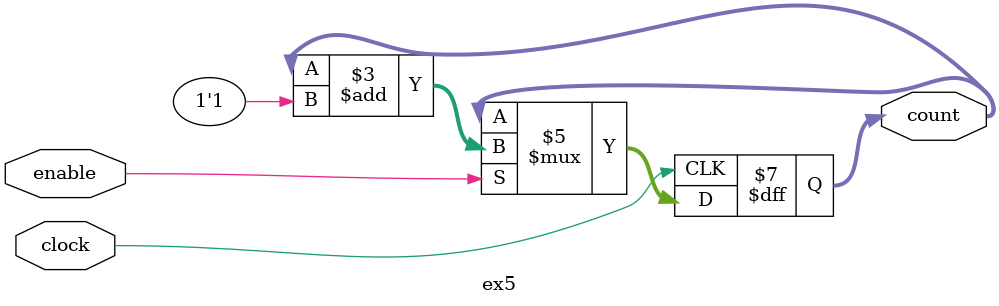
<source format=v>
`timescale 1ns / 100ps

module ex5(
	clock,
	enable,
	count
	);

	parameter BIT_SZ = 8;
	input clock;
	input enable;
	output [BIT_SZ-1:0] count;

	reg [BIT_SZ-1:0] count;
	
	initial count = 0;
	
	always @ (posedge clock)
		if(enable == 1'b1)
			count <= count + 1'b1;
			
endmodule
</source>
